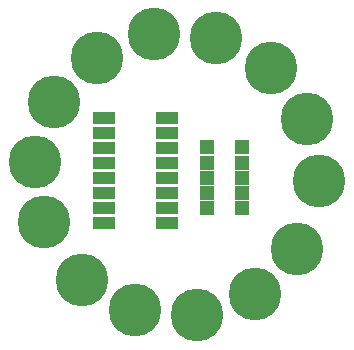
<source format=gbr>
G04 #@! TF.FileFunction,Soldermask,Top*
%FSLAX46Y46*%
G04 Gerber Fmt 4.6, Leading zero omitted, Abs format (unit mm)*
G04 Created by KiCad (PCBNEW 4.0.7) date 07/05/18 15:34:05*
%MOMM*%
%LPD*%
G01*
G04 APERTURE LIST*
%ADD10C,0.100000*%
%ADD11C,4.464000*%
%ADD12R,1.300000X1.300000*%
%ADD13R,1.900000X1.000000*%
G04 APERTURE END LIST*
D10*
D11*
X157553660Y-82562700D03*
X159146240Y-77505560D03*
X162778440Y-73761600D03*
X167678100Y-71780400D03*
X172935900Y-72123300D03*
X177530760Y-74683620D03*
X180576220Y-78958440D03*
X181610000Y-84183220D03*
X161549080Y-92565220D03*
X176189640Y-93738700D03*
X171300140Y-95582740D03*
X166047420Y-95163640D03*
X158308040Y-87703660D03*
X179793900Y-89994740D03*
D12*
X175121700Y-86534300D03*
X175121700Y-81334300D03*
X175121700Y-85214300D03*
X175121700Y-82654300D03*
X175121700Y-83934300D03*
X172121700Y-82654300D03*
X172121700Y-86534300D03*
X172121700Y-81334300D03*
X172121700Y-85214300D03*
X172121700Y-83934300D03*
D13*
X163377900Y-78879700D03*
X163377900Y-80149700D03*
X163377900Y-81419700D03*
X163377900Y-82689700D03*
X163377900Y-83959700D03*
X163377900Y-85229700D03*
X163377900Y-86499700D03*
X163377900Y-87769700D03*
X168777900Y-87769700D03*
X168777900Y-86499700D03*
X168777900Y-85229700D03*
X168777900Y-83959700D03*
X168777900Y-82689700D03*
X168777900Y-81419700D03*
X168777900Y-80149700D03*
X168777900Y-78879700D03*
M02*

</source>
